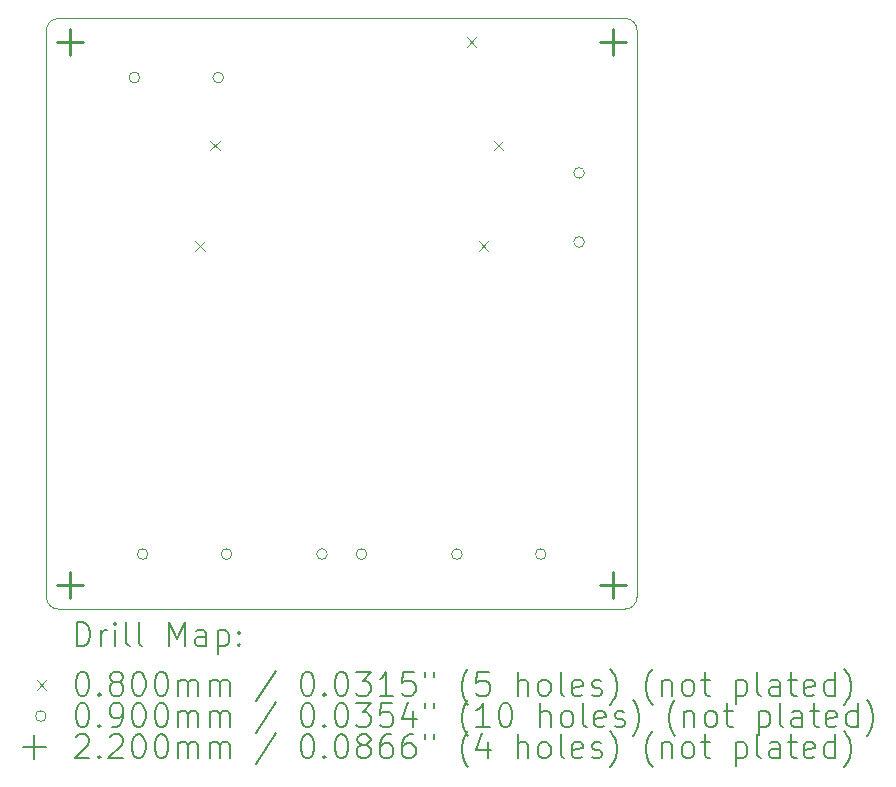
<source format=gbr>
%TF.GenerationSoftware,KiCad,Pcbnew,8.0.2-8.0.2-0~ubuntu22.04.1*%
%TF.CreationDate,2024-05-15T09:40:53+02:00*%
%TF.ProjectId,omodri_laas,6f6d6f64-7269-45f6-9c61-61732e6b6963,3.0*%
%TF.SameCoordinates,Original*%
%TF.FileFunction,Drillmap*%
%TF.FilePolarity,Positive*%
%FSLAX45Y45*%
G04 Gerber Fmt 4.5, Leading zero omitted, Abs format (unit mm)*
G04 Created by KiCad (PCBNEW 8.0.2-8.0.2-0~ubuntu22.04.1) date 2024-05-15 09:40:53*
%MOMM*%
%LPD*%
G01*
G04 APERTURE LIST*
%ADD10C,0.050000*%
%ADD11C,0.200000*%
%ADD12C,0.100000*%
%ADD13C,0.220000*%
G04 APERTURE END LIST*
D10*
X10100000Y-5000000D02*
X14900000Y-5000000D01*
X14900000Y-10000000D02*
X10100000Y-10000000D01*
X15000000Y-9900000D02*
G75*
G02*
X14900000Y-10000000I-100000J0D01*
G01*
X15000000Y-5100000D02*
X15000000Y-9900000D01*
X10000000Y-5100000D02*
G75*
G02*
X10100000Y-5000000I100000J0D01*
G01*
X10100000Y-10000000D02*
G75*
G02*
X10000000Y-9900000I0J100000D01*
G01*
X10000000Y-9900000D02*
X10000000Y-5100000D01*
X14900000Y-5000000D02*
G75*
G02*
X15000000Y-5100000I0J-100000D01*
G01*
D11*
D12*
X11260000Y-6886000D02*
X11340000Y-6966000D01*
X11340000Y-6886000D02*
X11260000Y-6966000D01*
X11387000Y-6034000D02*
X11467000Y-6114000D01*
X11467000Y-6034000D02*
X11387000Y-6114000D01*
X13560000Y-5160000D02*
X13640000Y-5240000D01*
X13640000Y-5160000D02*
X13560000Y-5240000D01*
X13660000Y-6886000D02*
X13740000Y-6966000D01*
X13740000Y-6886000D02*
X13660000Y-6966000D01*
X13787000Y-6034000D02*
X13867000Y-6114000D01*
X13867000Y-6034000D02*
X13787000Y-6114000D01*
X10790000Y-5500000D02*
G75*
G02*
X10700000Y-5500000I-45000J0D01*
G01*
X10700000Y-5500000D02*
G75*
G02*
X10790000Y-5500000I45000J0D01*
G01*
X10860000Y-9535000D02*
G75*
G02*
X10770000Y-9535000I-45000J0D01*
G01*
X10770000Y-9535000D02*
G75*
G02*
X10860000Y-9535000I45000J0D01*
G01*
X11500000Y-5500000D02*
G75*
G02*
X11410000Y-5500000I-45000J0D01*
G01*
X11410000Y-5500000D02*
G75*
G02*
X11500000Y-5500000I45000J0D01*
G01*
X11570000Y-9535000D02*
G75*
G02*
X11480000Y-9535000I-45000J0D01*
G01*
X11480000Y-9535000D02*
G75*
G02*
X11570000Y-9535000I45000J0D01*
G01*
X12377500Y-9535000D02*
G75*
G02*
X12287500Y-9535000I-45000J0D01*
G01*
X12287500Y-9535000D02*
G75*
G02*
X12377500Y-9535000I45000J0D01*
G01*
X12712500Y-9535000D02*
G75*
G02*
X12622500Y-9535000I-45000J0D01*
G01*
X12622500Y-9535000D02*
G75*
G02*
X12712500Y-9535000I45000J0D01*
G01*
X13520000Y-9535000D02*
G75*
G02*
X13430000Y-9535000I-45000J0D01*
G01*
X13430000Y-9535000D02*
G75*
G02*
X13520000Y-9535000I45000J0D01*
G01*
X14230000Y-9535000D02*
G75*
G02*
X14140000Y-9535000I-45000J0D01*
G01*
X14140000Y-9535000D02*
G75*
G02*
X14230000Y-9535000I45000J0D01*
G01*
X14555000Y-6307500D02*
G75*
G02*
X14465000Y-6307500I-45000J0D01*
G01*
X14465000Y-6307500D02*
G75*
G02*
X14555000Y-6307500I45000J0D01*
G01*
X14555000Y-6892500D02*
G75*
G02*
X14465000Y-6892500I-45000J0D01*
G01*
X14465000Y-6892500D02*
G75*
G02*
X14555000Y-6892500I45000J0D01*
G01*
D13*
X10200000Y-5090000D02*
X10200000Y-5310000D01*
X10090000Y-5200000D02*
X10310000Y-5200000D01*
X10200000Y-9690000D02*
X10200000Y-9910000D01*
X10090000Y-9800000D02*
X10310000Y-9800000D01*
X14800000Y-5090000D02*
X14800000Y-5310000D01*
X14690000Y-5200000D02*
X14910000Y-5200000D01*
X14800000Y-9690000D02*
X14800000Y-9910000D01*
X14690000Y-9800000D02*
X14910000Y-9800000D01*
D11*
X10258277Y-10313984D02*
X10258277Y-10113984D01*
X10258277Y-10113984D02*
X10305896Y-10113984D01*
X10305896Y-10113984D02*
X10334467Y-10123508D01*
X10334467Y-10123508D02*
X10353515Y-10142555D01*
X10353515Y-10142555D02*
X10363039Y-10161603D01*
X10363039Y-10161603D02*
X10372563Y-10199698D01*
X10372563Y-10199698D02*
X10372563Y-10228270D01*
X10372563Y-10228270D02*
X10363039Y-10266365D01*
X10363039Y-10266365D02*
X10353515Y-10285412D01*
X10353515Y-10285412D02*
X10334467Y-10304460D01*
X10334467Y-10304460D02*
X10305896Y-10313984D01*
X10305896Y-10313984D02*
X10258277Y-10313984D01*
X10458277Y-10313984D02*
X10458277Y-10180650D01*
X10458277Y-10218746D02*
X10467801Y-10199698D01*
X10467801Y-10199698D02*
X10477324Y-10190174D01*
X10477324Y-10190174D02*
X10496372Y-10180650D01*
X10496372Y-10180650D02*
X10515420Y-10180650D01*
X10582086Y-10313984D02*
X10582086Y-10180650D01*
X10582086Y-10113984D02*
X10572563Y-10123508D01*
X10572563Y-10123508D02*
X10582086Y-10133031D01*
X10582086Y-10133031D02*
X10591610Y-10123508D01*
X10591610Y-10123508D02*
X10582086Y-10113984D01*
X10582086Y-10113984D02*
X10582086Y-10133031D01*
X10705896Y-10313984D02*
X10686848Y-10304460D01*
X10686848Y-10304460D02*
X10677324Y-10285412D01*
X10677324Y-10285412D02*
X10677324Y-10113984D01*
X10810658Y-10313984D02*
X10791610Y-10304460D01*
X10791610Y-10304460D02*
X10782086Y-10285412D01*
X10782086Y-10285412D02*
X10782086Y-10113984D01*
X11039229Y-10313984D02*
X11039229Y-10113984D01*
X11039229Y-10113984D02*
X11105896Y-10256841D01*
X11105896Y-10256841D02*
X11172563Y-10113984D01*
X11172563Y-10113984D02*
X11172563Y-10313984D01*
X11353515Y-10313984D02*
X11353515Y-10209222D01*
X11353515Y-10209222D02*
X11343991Y-10190174D01*
X11343991Y-10190174D02*
X11324943Y-10180650D01*
X11324943Y-10180650D02*
X11286848Y-10180650D01*
X11286848Y-10180650D02*
X11267801Y-10190174D01*
X11353515Y-10304460D02*
X11334467Y-10313984D01*
X11334467Y-10313984D02*
X11286848Y-10313984D01*
X11286848Y-10313984D02*
X11267801Y-10304460D01*
X11267801Y-10304460D02*
X11258277Y-10285412D01*
X11258277Y-10285412D02*
X11258277Y-10266365D01*
X11258277Y-10266365D02*
X11267801Y-10247317D01*
X11267801Y-10247317D02*
X11286848Y-10237793D01*
X11286848Y-10237793D02*
X11334467Y-10237793D01*
X11334467Y-10237793D02*
X11353515Y-10228270D01*
X11448753Y-10180650D02*
X11448753Y-10380650D01*
X11448753Y-10190174D02*
X11467801Y-10180650D01*
X11467801Y-10180650D02*
X11505896Y-10180650D01*
X11505896Y-10180650D02*
X11524943Y-10190174D01*
X11524943Y-10190174D02*
X11534467Y-10199698D01*
X11534467Y-10199698D02*
X11543991Y-10218746D01*
X11543991Y-10218746D02*
X11543991Y-10275889D01*
X11543991Y-10275889D02*
X11534467Y-10294936D01*
X11534467Y-10294936D02*
X11524943Y-10304460D01*
X11524943Y-10304460D02*
X11505896Y-10313984D01*
X11505896Y-10313984D02*
X11467801Y-10313984D01*
X11467801Y-10313984D02*
X11448753Y-10304460D01*
X11629705Y-10294936D02*
X11639229Y-10304460D01*
X11639229Y-10304460D02*
X11629705Y-10313984D01*
X11629705Y-10313984D02*
X11620182Y-10304460D01*
X11620182Y-10304460D02*
X11629705Y-10294936D01*
X11629705Y-10294936D02*
X11629705Y-10313984D01*
X11629705Y-10190174D02*
X11639229Y-10199698D01*
X11639229Y-10199698D02*
X11629705Y-10209222D01*
X11629705Y-10209222D02*
X11620182Y-10199698D01*
X11620182Y-10199698D02*
X11629705Y-10190174D01*
X11629705Y-10190174D02*
X11629705Y-10209222D01*
D12*
X9917500Y-10602500D02*
X9997500Y-10682500D01*
X9997500Y-10602500D02*
X9917500Y-10682500D01*
D11*
X10296372Y-10533984D02*
X10315420Y-10533984D01*
X10315420Y-10533984D02*
X10334467Y-10543508D01*
X10334467Y-10543508D02*
X10343991Y-10553031D01*
X10343991Y-10553031D02*
X10353515Y-10572079D01*
X10353515Y-10572079D02*
X10363039Y-10610174D01*
X10363039Y-10610174D02*
X10363039Y-10657793D01*
X10363039Y-10657793D02*
X10353515Y-10695889D01*
X10353515Y-10695889D02*
X10343991Y-10714936D01*
X10343991Y-10714936D02*
X10334467Y-10724460D01*
X10334467Y-10724460D02*
X10315420Y-10733984D01*
X10315420Y-10733984D02*
X10296372Y-10733984D01*
X10296372Y-10733984D02*
X10277324Y-10724460D01*
X10277324Y-10724460D02*
X10267801Y-10714936D01*
X10267801Y-10714936D02*
X10258277Y-10695889D01*
X10258277Y-10695889D02*
X10248753Y-10657793D01*
X10248753Y-10657793D02*
X10248753Y-10610174D01*
X10248753Y-10610174D02*
X10258277Y-10572079D01*
X10258277Y-10572079D02*
X10267801Y-10553031D01*
X10267801Y-10553031D02*
X10277324Y-10543508D01*
X10277324Y-10543508D02*
X10296372Y-10533984D01*
X10448753Y-10714936D02*
X10458277Y-10724460D01*
X10458277Y-10724460D02*
X10448753Y-10733984D01*
X10448753Y-10733984D02*
X10439229Y-10724460D01*
X10439229Y-10724460D02*
X10448753Y-10714936D01*
X10448753Y-10714936D02*
X10448753Y-10733984D01*
X10572563Y-10619698D02*
X10553515Y-10610174D01*
X10553515Y-10610174D02*
X10543991Y-10600650D01*
X10543991Y-10600650D02*
X10534467Y-10581603D01*
X10534467Y-10581603D02*
X10534467Y-10572079D01*
X10534467Y-10572079D02*
X10543991Y-10553031D01*
X10543991Y-10553031D02*
X10553515Y-10543508D01*
X10553515Y-10543508D02*
X10572563Y-10533984D01*
X10572563Y-10533984D02*
X10610658Y-10533984D01*
X10610658Y-10533984D02*
X10629705Y-10543508D01*
X10629705Y-10543508D02*
X10639229Y-10553031D01*
X10639229Y-10553031D02*
X10648753Y-10572079D01*
X10648753Y-10572079D02*
X10648753Y-10581603D01*
X10648753Y-10581603D02*
X10639229Y-10600650D01*
X10639229Y-10600650D02*
X10629705Y-10610174D01*
X10629705Y-10610174D02*
X10610658Y-10619698D01*
X10610658Y-10619698D02*
X10572563Y-10619698D01*
X10572563Y-10619698D02*
X10553515Y-10629222D01*
X10553515Y-10629222D02*
X10543991Y-10638746D01*
X10543991Y-10638746D02*
X10534467Y-10657793D01*
X10534467Y-10657793D02*
X10534467Y-10695889D01*
X10534467Y-10695889D02*
X10543991Y-10714936D01*
X10543991Y-10714936D02*
X10553515Y-10724460D01*
X10553515Y-10724460D02*
X10572563Y-10733984D01*
X10572563Y-10733984D02*
X10610658Y-10733984D01*
X10610658Y-10733984D02*
X10629705Y-10724460D01*
X10629705Y-10724460D02*
X10639229Y-10714936D01*
X10639229Y-10714936D02*
X10648753Y-10695889D01*
X10648753Y-10695889D02*
X10648753Y-10657793D01*
X10648753Y-10657793D02*
X10639229Y-10638746D01*
X10639229Y-10638746D02*
X10629705Y-10629222D01*
X10629705Y-10629222D02*
X10610658Y-10619698D01*
X10772563Y-10533984D02*
X10791610Y-10533984D01*
X10791610Y-10533984D02*
X10810658Y-10543508D01*
X10810658Y-10543508D02*
X10820182Y-10553031D01*
X10820182Y-10553031D02*
X10829705Y-10572079D01*
X10829705Y-10572079D02*
X10839229Y-10610174D01*
X10839229Y-10610174D02*
X10839229Y-10657793D01*
X10839229Y-10657793D02*
X10829705Y-10695889D01*
X10829705Y-10695889D02*
X10820182Y-10714936D01*
X10820182Y-10714936D02*
X10810658Y-10724460D01*
X10810658Y-10724460D02*
X10791610Y-10733984D01*
X10791610Y-10733984D02*
X10772563Y-10733984D01*
X10772563Y-10733984D02*
X10753515Y-10724460D01*
X10753515Y-10724460D02*
X10743991Y-10714936D01*
X10743991Y-10714936D02*
X10734467Y-10695889D01*
X10734467Y-10695889D02*
X10724944Y-10657793D01*
X10724944Y-10657793D02*
X10724944Y-10610174D01*
X10724944Y-10610174D02*
X10734467Y-10572079D01*
X10734467Y-10572079D02*
X10743991Y-10553031D01*
X10743991Y-10553031D02*
X10753515Y-10543508D01*
X10753515Y-10543508D02*
X10772563Y-10533984D01*
X10963039Y-10533984D02*
X10982086Y-10533984D01*
X10982086Y-10533984D02*
X11001134Y-10543508D01*
X11001134Y-10543508D02*
X11010658Y-10553031D01*
X11010658Y-10553031D02*
X11020182Y-10572079D01*
X11020182Y-10572079D02*
X11029705Y-10610174D01*
X11029705Y-10610174D02*
X11029705Y-10657793D01*
X11029705Y-10657793D02*
X11020182Y-10695889D01*
X11020182Y-10695889D02*
X11010658Y-10714936D01*
X11010658Y-10714936D02*
X11001134Y-10724460D01*
X11001134Y-10724460D02*
X10982086Y-10733984D01*
X10982086Y-10733984D02*
X10963039Y-10733984D01*
X10963039Y-10733984D02*
X10943991Y-10724460D01*
X10943991Y-10724460D02*
X10934467Y-10714936D01*
X10934467Y-10714936D02*
X10924944Y-10695889D01*
X10924944Y-10695889D02*
X10915420Y-10657793D01*
X10915420Y-10657793D02*
X10915420Y-10610174D01*
X10915420Y-10610174D02*
X10924944Y-10572079D01*
X10924944Y-10572079D02*
X10934467Y-10553031D01*
X10934467Y-10553031D02*
X10943991Y-10543508D01*
X10943991Y-10543508D02*
X10963039Y-10533984D01*
X11115420Y-10733984D02*
X11115420Y-10600650D01*
X11115420Y-10619698D02*
X11124944Y-10610174D01*
X11124944Y-10610174D02*
X11143991Y-10600650D01*
X11143991Y-10600650D02*
X11172563Y-10600650D01*
X11172563Y-10600650D02*
X11191610Y-10610174D01*
X11191610Y-10610174D02*
X11201134Y-10629222D01*
X11201134Y-10629222D02*
X11201134Y-10733984D01*
X11201134Y-10629222D02*
X11210658Y-10610174D01*
X11210658Y-10610174D02*
X11229705Y-10600650D01*
X11229705Y-10600650D02*
X11258277Y-10600650D01*
X11258277Y-10600650D02*
X11277324Y-10610174D01*
X11277324Y-10610174D02*
X11286848Y-10629222D01*
X11286848Y-10629222D02*
X11286848Y-10733984D01*
X11382086Y-10733984D02*
X11382086Y-10600650D01*
X11382086Y-10619698D02*
X11391610Y-10610174D01*
X11391610Y-10610174D02*
X11410658Y-10600650D01*
X11410658Y-10600650D02*
X11439229Y-10600650D01*
X11439229Y-10600650D02*
X11458277Y-10610174D01*
X11458277Y-10610174D02*
X11467801Y-10629222D01*
X11467801Y-10629222D02*
X11467801Y-10733984D01*
X11467801Y-10629222D02*
X11477324Y-10610174D01*
X11477324Y-10610174D02*
X11496372Y-10600650D01*
X11496372Y-10600650D02*
X11524943Y-10600650D01*
X11524943Y-10600650D02*
X11543991Y-10610174D01*
X11543991Y-10610174D02*
X11553515Y-10629222D01*
X11553515Y-10629222D02*
X11553515Y-10733984D01*
X11943991Y-10524460D02*
X11772563Y-10781603D01*
X12201134Y-10533984D02*
X12220182Y-10533984D01*
X12220182Y-10533984D02*
X12239229Y-10543508D01*
X12239229Y-10543508D02*
X12248753Y-10553031D01*
X12248753Y-10553031D02*
X12258277Y-10572079D01*
X12258277Y-10572079D02*
X12267801Y-10610174D01*
X12267801Y-10610174D02*
X12267801Y-10657793D01*
X12267801Y-10657793D02*
X12258277Y-10695889D01*
X12258277Y-10695889D02*
X12248753Y-10714936D01*
X12248753Y-10714936D02*
X12239229Y-10724460D01*
X12239229Y-10724460D02*
X12220182Y-10733984D01*
X12220182Y-10733984D02*
X12201134Y-10733984D01*
X12201134Y-10733984D02*
X12182086Y-10724460D01*
X12182086Y-10724460D02*
X12172563Y-10714936D01*
X12172563Y-10714936D02*
X12163039Y-10695889D01*
X12163039Y-10695889D02*
X12153515Y-10657793D01*
X12153515Y-10657793D02*
X12153515Y-10610174D01*
X12153515Y-10610174D02*
X12163039Y-10572079D01*
X12163039Y-10572079D02*
X12172563Y-10553031D01*
X12172563Y-10553031D02*
X12182086Y-10543508D01*
X12182086Y-10543508D02*
X12201134Y-10533984D01*
X12353515Y-10714936D02*
X12363039Y-10724460D01*
X12363039Y-10724460D02*
X12353515Y-10733984D01*
X12353515Y-10733984D02*
X12343991Y-10724460D01*
X12343991Y-10724460D02*
X12353515Y-10714936D01*
X12353515Y-10714936D02*
X12353515Y-10733984D01*
X12486848Y-10533984D02*
X12505896Y-10533984D01*
X12505896Y-10533984D02*
X12524944Y-10543508D01*
X12524944Y-10543508D02*
X12534467Y-10553031D01*
X12534467Y-10553031D02*
X12543991Y-10572079D01*
X12543991Y-10572079D02*
X12553515Y-10610174D01*
X12553515Y-10610174D02*
X12553515Y-10657793D01*
X12553515Y-10657793D02*
X12543991Y-10695889D01*
X12543991Y-10695889D02*
X12534467Y-10714936D01*
X12534467Y-10714936D02*
X12524944Y-10724460D01*
X12524944Y-10724460D02*
X12505896Y-10733984D01*
X12505896Y-10733984D02*
X12486848Y-10733984D01*
X12486848Y-10733984D02*
X12467801Y-10724460D01*
X12467801Y-10724460D02*
X12458277Y-10714936D01*
X12458277Y-10714936D02*
X12448753Y-10695889D01*
X12448753Y-10695889D02*
X12439229Y-10657793D01*
X12439229Y-10657793D02*
X12439229Y-10610174D01*
X12439229Y-10610174D02*
X12448753Y-10572079D01*
X12448753Y-10572079D02*
X12458277Y-10553031D01*
X12458277Y-10553031D02*
X12467801Y-10543508D01*
X12467801Y-10543508D02*
X12486848Y-10533984D01*
X12620182Y-10533984D02*
X12743991Y-10533984D01*
X12743991Y-10533984D02*
X12677325Y-10610174D01*
X12677325Y-10610174D02*
X12705896Y-10610174D01*
X12705896Y-10610174D02*
X12724944Y-10619698D01*
X12724944Y-10619698D02*
X12734467Y-10629222D01*
X12734467Y-10629222D02*
X12743991Y-10648270D01*
X12743991Y-10648270D02*
X12743991Y-10695889D01*
X12743991Y-10695889D02*
X12734467Y-10714936D01*
X12734467Y-10714936D02*
X12724944Y-10724460D01*
X12724944Y-10724460D02*
X12705896Y-10733984D01*
X12705896Y-10733984D02*
X12648753Y-10733984D01*
X12648753Y-10733984D02*
X12629706Y-10724460D01*
X12629706Y-10724460D02*
X12620182Y-10714936D01*
X12934467Y-10733984D02*
X12820182Y-10733984D01*
X12877325Y-10733984D02*
X12877325Y-10533984D01*
X12877325Y-10533984D02*
X12858277Y-10562555D01*
X12858277Y-10562555D02*
X12839229Y-10581603D01*
X12839229Y-10581603D02*
X12820182Y-10591127D01*
X13115420Y-10533984D02*
X13020182Y-10533984D01*
X13020182Y-10533984D02*
X13010658Y-10629222D01*
X13010658Y-10629222D02*
X13020182Y-10619698D01*
X13020182Y-10619698D02*
X13039229Y-10610174D01*
X13039229Y-10610174D02*
X13086848Y-10610174D01*
X13086848Y-10610174D02*
X13105896Y-10619698D01*
X13105896Y-10619698D02*
X13115420Y-10629222D01*
X13115420Y-10629222D02*
X13124944Y-10648270D01*
X13124944Y-10648270D02*
X13124944Y-10695889D01*
X13124944Y-10695889D02*
X13115420Y-10714936D01*
X13115420Y-10714936D02*
X13105896Y-10724460D01*
X13105896Y-10724460D02*
X13086848Y-10733984D01*
X13086848Y-10733984D02*
X13039229Y-10733984D01*
X13039229Y-10733984D02*
X13020182Y-10724460D01*
X13020182Y-10724460D02*
X13010658Y-10714936D01*
X13201134Y-10533984D02*
X13201134Y-10572079D01*
X13277325Y-10533984D02*
X13277325Y-10572079D01*
X13572563Y-10810174D02*
X13563039Y-10800650D01*
X13563039Y-10800650D02*
X13543991Y-10772079D01*
X13543991Y-10772079D02*
X13534468Y-10753031D01*
X13534468Y-10753031D02*
X13524944Y-10724460D01*
X13524944Y-10724460D02*
X13515420Y-10676841D01*
X13515420Y-10676841D02*
X13515420Y-10638746D01*
X13515420Y-10638746D02*
X13524944Y-10591127D01*
X13524944Y-10591127D02*
X13534468Y-10562555D01*
X13534468Y-10562555D02*
X13543991Y-10543508D01*
X13543991Y-10543508D02*
X13563039Y-10514936D01*
X13563039Y-10514936D02*
X13572563Y-10505412D01*
X13743991Y-10533984D02*
X13648753Y-10533984D01*
X13648753Y-10533984D02*
X13639229Y-10629222D01*
X13639229Y-10629222D02*
X13648753Y-10619698D01*
X13648753Y-10619698D02*
X13667801Y-10610174D01*
X13667801Y-10610174D02*
X13715420Y-10610174D01*
X13715420Y-10610174D02*
X13734468Y-10619698D01*
X13734468Y-10619698D02*
X13743991Y-10629222D01*
X13743991Y-10629222D02*
X13753515Y-10648270D01*
X13753515Y-10648270D02*
X13753515Y-10695889D01*
X13753515Y-10695889D02*
X13743991Y-10714936D01*
X13743991Y-10714936D02*
X13734468Y-10724460D01*
X13734468Y-10724460D02*
X13715420Y-10733984D01*
X13715420Y-10733984D02*
X13667801Y-10733984D01*
X13667801Y-10733984D02*
X13648753Y-10724460D01*
X13648753Y-10724460D02*
X13639229Y-10714936D01*
X13991610Y-10733984D02*
X13991610Y-10533984D01*
X14077325Y-10733984D02*
X14077325Y-10629222D01*
X14077325Y-10629222D02*
X14067801Y-10610174D01*
X14067801Y-10610174D02*
X14048753Y-10600650D01*
X14048753Y-10600650D02*
X14020182Y-10600650D01*
X14020182Y-10600650D02*
X14001134Y-10610174D01*
X14001134Y-10610174D02*
X13991610Y-10619698D01*
X14201134Y-10733984D02*
X14182087Y-10724460D01*
X14182087Y-10724460D02*
X14172563Y-10714936D01*
X14172563Y-10714936D02*
X14163039Y-10695889D01*
X14163039Y-10695889D02*
X14163039Y-10638746D01*
X14163039Y-10638746D02*
X14172563Y-10619698D01*
X14172563Y-10619698D02*
X14182087Y-10610174D01*
X14182087Y-10610174D02*
X14201134Y-10600650D01*
X14201134Y-10600650D02*
X14229706Y-10600650D01*
X14229706Y-10600650D02*
X14248753Y-10610174D01*
X14248753Y-10610174D02*
X14258277Y-10619698D01*
X14258277Y-10619698D02*
X14267801Y-10638746D01*
X14267801Y-10638746D02*
X14267801Y-10695889D01*
X14267801Y-10695889D02*
X14258277Y-10714936D01*
X14258277Y-10714936D02*
X14248753Y-10724460D01*
X14248753Y-10724460D02*
X14229706Y-10733984D01*
X14229706Y-10733984D02*
X14201134Y-10733984D01*
X14382087Y-10733984D02*
X14363039Y-10724460D01*
X14363039Y-10724460D02*
X14353515Y-10705412D01*
X14353515Y-10705412D02*
X14353515Y-10533984D01*
X14534468Y-10724460D02*
X14515420Y-10733984D01*
X14515420Y-10733984D02*
X14477325Y-10733984D01*
X14477325Y-10733984D02*
X14458277Y-10724460D01*
X14458277Y-10724460D02*
X14448753Y-10705412D01*
X14448753Y-10705412D02*
X14448753Y-10629222D01*
X14448753Y-10629222D02*
X14458277Y-10610174D01*
X14458277Y-10610174D02*
X14477325Y-10600650D01*
X14477325Y-10600650D02*
X14515420Y-10600650D01*
X14515420Y-10600650D02*
X14534468Y-10610174D01*
X14534468Y-10610174D02*
X14543991Y-10629222D01*
X14543991Y-10629222D02*
X14543991Y-10648270D01*
X14543991Y-10648270D02*
X14448753Y-10667317D01*
X14620182Y-10724460D02*
X14639230Y-10733984D01*
X14639230Y-10733984D02*
X14677325Y-10733984D01*
X14677325Y-10733984D02*
X14696372Y-10724460D01*
X14696372Y-10724460D02*
X14705896Y-10705412D01*
X14705896Y-10705412D02*
X14705896Y-10695889D01*
X14705896Y-10695889D02*
X14696372Y-10676841D01*
X14696372Y-10676841D02*
X14677325Y-10667317D01*
X14677325Y-10667317D02*
X14648753Y-10667317D01*
X14648753Y-10667317D02*
X14629706Y-10657793D01*
X14629706Y-10657793D02*
X14620182Y-10638746D01*
X14620182Y-10638746D02*
X14620182Y-10629222D01*
X14620182Y-10629222D02*
X14629706Y-10610174D01*
X14629706Y-10610174D02*
X14648753Y-10600650D01*
X14648753Y-10600650D02*
X14677325Y-10600650D01*
X14677325Y-10600650D02*
X14696372Y-10610174D01*
X14772563Y-10810174D02*
X14782087Y-10800650D01*
X14782087Y-10800650D02*
X14801134Y-10772079D01*
X14801134Y-10772079D02*
X14810658Y-10753031D01*
X14810658Y-10753031D02*
X14820182Y-10724460D01*
X14820182Y-10724460D02*
X14829706Y-10676841D01*
X14829706Y-10676841D02*
X14829706Y-10638746D01*
X14829706Y-10638746D02*
X14820182Y-10591127D01*
X14820182Y-10591127D02*
X14810658Y-10562555D01*
X14810658Y-10562555D02*
X14801134Y-10543508D01*
X14801134Y-10543508D02*
X14782087Y-10514936D01*
X14782087Y-10514936D02*
X14772563Y-10505412D01*
X15134468Y-10810174D02*
X15124944Y-10800650D01*
X15124944Y-10800650D02*
X15105896Y-10772079D01*
X15105896Y-10772079D02*
X15096372Y-10753031D01*
X15096372Y-10753031D02*
X15086849Y-10724460D01*
X15086849Y-10724460D02*
X15077325Y-10676841D01*
X15077325Y-10676841D02*
X15077325Y-10638746D01*
X15077325Y-10638746D02*
X15086849Y-10591127D01*
X15086849Y-10591127D02*
X15096372Y-10562555D01*
X15096372Y-10562555D02*
X15105896Y-10543508D01*
X15105896Y-10543508D02*
X15124944Y-10514936D01*
X15124944Y-10514936D02*
X15134468Y-10505412D01*
X15210658Y-10600650D02*
X15210658Y-10733984D01*
X15210658Y-10619698D02*
X15220182Y-10610174D01*
X15220182Y-10610174D02*
X15239230Y-10600650D01*
X15239230Y-10600650D02*
X15267801Y-10600650D01*
X15267801Y-10600650D02*
X15286849Y-10610174D01*
X15286849Y-10610174D02*
X15296372Y-10629222D01*
X15296372Y-10629222D02*
X15296372Y-10733984D01*
X15420182Y-10733984D02*
X15401134Y-10724460D01*
X15401134Y-10724460D02*
X15391611Y-10714936D01*
X15391611Y-10714936D02*
X15382087Y-10695889D01*
X15382087Y-10695889D02*
X15382087Y-10638746D01*
X15382087Y-10638746D02*
X15391611Y-10619698D01*
X15391611Y-10619698D02*
X15401134Y-10610174D01*
X15401134Y-10610174D02*
X15420182Y-10600650D01*
X15420182Y-10600650D02*
X15448753Y-10600650D01*
X15448753Y-10600650D02*
X15467801Y-10610174D01*
X15467801Y-10610174D02*
X15477325Y-10619698D01*
X15477325Y-10619698D02*
X15486849Y-10638746D01*
X15486849Y-10638746D02*
X15486849Y-10695889D01*
X15486849Y-10695889D02*
X15477325Y-10714936D01*
X15477325Y-10714936D02*
X15467801Y-10724460D01*
X15467801Y-10724460D02*
X15448753Y-10733984D01*
X15448753Y-10733984D02*
X15420182Y-10733984D01*
X15543992Y-10600650D02*
X15620182Y-10600650D01*
X15572563Y-10533984D02*
X15572563Y-10705412D01*
X15572563Y-10705412D02*
X15582087Y-10724460D01*
X15582087Y-10724460D02*
X15601134Y-10733984D01*
X15601134Y-10733984D02*
X15620182Y-10733984D01*
X15839230Y-10600650D02*
X15839230Y-10800650D01*
X15839230Y-10610174D02*
X15858277Y-10600650D01*
X15858277Y-10600650D02*
X15896373Y-10600650D01*
X15896373Y-10600650D02*
X15915420Y-10610174D01*
X15915420Y-10610174D02*
X15924944Y-10619698D01*
X15924944Y-10619698D02*
X15934468Y-10638746D01*
X15934468Y-10638746D02*
X15934468Y-10695889D01*
X15934468Y-10695889D02*
X15924944Y-10714936D01*
X15924944Y-10714936D02*
X15915420Y-10724460D01*
X15915420Y-10724460D02*
X15896373Y-10733984D01*
X15896373Y-10733984D02*
X15858277Y-10733984D01*
X15858277Y-10733984D02*
X15839230Y-10724460D01*
X16048753Y-10733984D02*
X16029706Y-10724460D01*
X16029706Y-10724460D02*
X16020182Y-10705412D01*
X16020182Y-10705412D02*
X16020182Y-10533984D01*
X16210658Y-10733984D02*
X16210658Y-10629222D01*
X16210658Y-10629222D02*
X16201134Y-10610174D01*
X16201134Y-10610174D02*
X16182087Y-10600650D01*
X16182087Y-10600650D02*
X16143992Y-10600650D01*
X16143992Y-10600650D02*
X16124944Y-10610174D01*
X16210658Y-10724460D02*
X16191611Y-10733984D01*
X16191611Y-10733984D02*
X16143992Y-10733984D01*
X16143992Y-10733984D02*
X16124944Y-10724460D01*
X16124944Y-10724460D02*
X16115420Y-10705412D01*
X16115420Y-10705412D02*
X16115420Y-10686365D01*
X16115420Y-10686365D02*
X16124944Y-10667317D01*
X16124944Y-10667317D02*
X16143992Y-10657793D01*
X16143992Y-10657793D02*
X16191611Y-10657793D01*
X16191611Y-10657793D02*
X16210658Y-10648270D01*
X16277325Y-10600650D02*
X16353515Y-10600650D01*
X16305896Y-10533984D02*
X16305896Y-10705412D01*
X16305896Y-10705412D02*
X16315420Y-10724460D01*
X16315420Y-10724460D02*
X16334468Y-10733984D01*
X16334468Y-10733984D02*
X16353515Y-10733984D01*
X16496373Y-10724460D02*
X16477325Y-10733984D01*
X16477325Y-10733984D02*
X16439230Y-10733984D01*
X16439230Y-10733984D02*
X16420182Y-10724460D01*
X16420182Y-10724460D02*
X16410658Y-10705412D01*
X16410658Y-10705412D02*
X16410658Y-10629222D01*
X16410658Y-10629222D02*
X16420182Y-10610174D01*
X16420182Y-10610174D02*
X16439230Y-10600650D01*
X16439230Y-10600650D02*
X16477325Y-10600650D01*
X16477325Y-10600650D02*
X16496373Y-10610174D01*
X16496373Y-10610174D02*
X16505896Y-10629222D01*
X16505896Y-10629222D02*
X16505896Y-10648270D01*
X16505896Y-10648270D02*
X16410658Y-10667317D01*
X16677325Y-10733984D02*
X16677325Y-10533984D01*
X16677325Y-10724460D02*
X16658277Y-10733984D01*
X16658277Y-10733984D02*
X16620182Y-10733984D01*
X16620182Y-10733984D02*
X16601134Y-10724460D01*
X16601134Y-10724460D02*
X16591611Y-10714936D01*
X16591611Y-10714936D02*
X16582087Y-10695889D01*
X16582087Y-10695889D02*
X16582087Y-10638746D01*
X16582087Y-10638746D02*
X16591611Y-10619698D01*
X16591611Y-10619698D02*
X16601134Y-10610174D01*
X16601134Y-10610174D02*
X16620182Y-10600650D01*
X16620182Y-10600650D02*
X16658277Y-10600650D01*
X16658277Y-10600650D02*
X16677325Y-10610174D01*
X16753515Y-10810174D02*
X16763039Y-10800650D01*
X16763039Y-10800650D02*
X16782087Y-10772079D01*
X16782087Y-10772079D02*
X16791611Y-10753031D01*
X16791611Y-10753031D02*
X16801135Y-10724460D01*
X16801135Y-10724460D02*
X16810658Y-10676841D01*
X16810658Y-10676841D02*
X16810658Y-10638746D01*
X16810658Y-10638746D02*
X16801135Y-10591127D01*
X16801135Y-10591127D02*
X16791611Y-10562555D01*
X16791611Y-10562555D02*
X16782087Y-10543508D01*
X16782087Y-10543508D02*
X16763039Y-10514936D01*
X16763039Y-10514936D02*
X16753515Y-10505412D01*
D12*
X9997500Y-10906500D02*
G75*
G02*
X9907500Y-10906500I-45000J0D01*
G01*
X9907500Y-10906500D02*
G75*
G02*
X9997500Y-10906500I45000J0D01*
G01*
D11*
X10296372Y-10797984D02*
X10315420Y-10797984D01*
X10315420Y-10797984D02*
X10334467Y-10807508D01*
X10334467Y-10807508D02*
X10343991Y-10817031D01*
X10343991Y-10817031D02*
X10353515Y-10836079D01*
X10353515Y-10836079D02*
X10363039Y-10874174D01*
X10363039Y-10874174D02*
X10363039Y-10921793D01*
X10363039Y-10921793D02*
X10353515Y-10959889D01*
X10353515Y-10959889D02*
X10343991Y-10978936D01*
X10343991Y-10978936D02*
X10334467Y-10988460D01*
X10334467Y-10988460D02*
X10315420Y-10997984D01*
X10315420Y-10997984D02*
X10296372Y-10997984D01*
X10296372Y-10997984D02*
X10277324Y-10988460D01*
X10277324Y-10988460D02*
X10267801Y-10978936D01*
X10267801Y-10978936D02*
X10258277Y-10959889D01*
X10258277Y-10959889D02*
X10248753Y-10921793D01*
X10248753Y-10921793D02*
X10248753Y-10874174D01*
X10248753Y-10874174D02*
X10258277Y-10836079D01*
X10258277Y-10836079D02*
X10267801Y-10817031D01*
X10267801Y-10817031D02*
X10277324Y-10807508D01*
X10277324Y-10807508D02*
X10296372Y-10797984D01*
X10448753Y-10978936D02*
X10458277Y-10988460D01*
X10458277Y-10988460D02*
X10448753Y-10997984D01*
X10448753Y-10997984D02*
X10439229Y-10988460D01*
X10439229Y-10988460D02*
X10448753Y-10978936D01*
X10448753Y-10978936D02*
X10448753Y-10997984D01*
X10553515Y-10997984D02*
X10591610Y-10997984D01*
X10591610Y-10997984D02*
X10610658Y-10988460D01*
X10610658Y-10988460D02*
X10620182Y-10978936D01*
X10620182Y-10978936D02*
X10639229Y-10950365D01*
X10639229Y-10950365D02*
X10648753Y-10912270D01*
X10648753Y-10912270D02*
X10648753Y-10836079D01*
X10648753Y-10836079D02*
X10639229Y-10817031D01*
X10639229Y-10817031D02*
X10629705Y-10807508D01*
X10629705Y-10807508D02*
X10610658Y-10797984D01*
X10610658Y-10797984D02*
X10572563Y-10797984D01*
X10572563Y-10797984D02*
X10553515Y-10807508D01*
X10553515Y-10807508D02*
X10543991Y-10817031D01*
X10543991Y-10817031D02*
X10534467Y-10836079D01*
X10534467Y-10836079D02*
X10534467Y-10883698D01*
X10534467Y-10883698D02*
X10543991Y-10902746D01*
X10543991Y-10902746D02*
X10553515Y-10912270D01*
X10553515Y-10912270D02*
X10572563Y-10921793D01*
X10572563Y-10921793D02*
X10610658Y-10921793D01*
X10610658Y-10921793D02*
X10629705Y-10912270D01*
X10629705Y-10912270D02*
X10639229Y-10902746D01*
X10639229Y-10902746D02*
X10648753Y-10883698D01*
X10772563Y-10797984D02*
X10791610Y-10797984D01*
X10791610Y-10797984D02*
X10810658Y-10807508D01*
X10810658Y-10807508D02*
X10820182Y-10817031D01*
X10820182Y-10817031D02*
X10829705Y-10836079D01*
X10829705Y-10836079D02*
X10839229Y-10874174D01*
X10839229Y-10874174D02*
X10839229Y-10921793D01*
X10839229Y-10921793D02*
X10829705Y-10959889D01*
X10829705Y-10959889D02*
X10820182Y-10978936D01*
X10820182Y-10978936D02*
X10810658Y-10988460D01*
X10810658Y-10988460D02*
X10791610Y-10997984D01*
X10791610Y-10997984D02*
X10772563Y-10997984D01*
X10772563Y-10997984D02*
X10753515Y-10988460D01*
X10753515Y-10988460D02*
X10743991Y-10978936D01*
X10743991Y-10978936D02*
X10734467Y-10959889D01*
X10734467Y-10959889D02*
X10724944Y-10921793D01*
X10724944Y-10921793D02*
X10724944Y-10874174D01*
X10724944Y-10874174D02*
X10734467Y-10836079D01*
X10734467Y-10836079D02*
X10743991Y-10817031D01*
X10743991Y-10817031D02*
X10753515Y-10807508D01*
X10753515Y-10807508D02*
X10772563Y-10797984D01*
X10963039Y-10797984D02*
X10982086Y-10797984D01*
X10982086Y-10797984D02*
X11001134Y-10807508D01*
X11001134Y-10807508D02*
X11010658Y-10817031D01*
X11010658Y-10817031D02*
X11020182Y-10836079D01*
X11020182Y-10836079D02*
X11029705Y-10874174D01*
X11029705Y-10874174D02*
X11029705Y-10921793D01*
X11029705Y-10921793D02*
X11020182Y-10959889D01*
X11020182Y-10959889D02*
X11010658Y-10978936D01*
X11010658Y-10978936D02*
X11001134Y-10988460D01*
X11001134Y-10988460D02*
X10982086Y-10997984D01*
X10982086Y-10997984D02*
X10963039Y-10997984D01*
X10963039Y-10997984D02*
X10943991Y-10988460D01*
X10943991Y-10988460D02*
X10934467Y-10978936D01*
X10934467Y-10978936D02*
X10924944Y-10959889D01*
X10924944Y-10959889D02*
X10915420Y-10921793D01*
X10915420Y-10921793D02*
X10915420Y-10874174D01*
X10915420Y-10874174D02*
X10924944Y-10836079D01*
X10924944Y-10836079D02*
X10934467Y-10817031D01*
X10934467Y-10817031D02*
X10943991Y-10807508D01*
X10943991Y-10807508D02*
X10963039Y-10797984D01*
X11115420Y-10997984D02*
X11115420Y-10864650D01*
X11115420Y-10883698D02*
X11124944Y-10874174D01*
X11124944Y-10874174D02*
X11143991Y-10864650D01*
X11143991Y-10864650D02*
X11172563Y-10864650D01*
X11172563Y-10864650D02*
X11191610Y-10874174D01*
X11191610Y-10874174D02*
X11201134Y-10893222D01*
X11201134Y-10893222D02*
X11201134Y-10997984D01*
X11201134Y-10893222D02*
X11210658Y-10874174D01*
X11210658Y-10874174D02*
X11229705Y-10864650D01*
X11229705Y-10864650D02*
X11258277Y-10864650D01*
X11258277Y-10864650D02*
X11277324Y-10874174D01*
X11277324Y-10874174D02*
X11286848Y-10893222D01*
X11286848Y-10893222D02*
X11286848Y-10997984D01*
X11382086Y-10997984D02*
X11382086Y-10864650D01*
X11382086Y-10883698D02*
X11391610Y-10874174D01*
X11391610Y-10874174D02*
X11410658Y-10864650D01*
X11410658Y-10864650D02*
X11439229Y-10864650D01*
X11439229Y-10864650D02*
X11458277Y-10874174D01*
X11458277Y-10874174D02*
X11467801Y-10893222D01*
X11467801Y-10893222D02*
X11467801Y-10997984D01*
X11467801Y-10893222D02*
X11477324Y-10874174D01*
X11477324Y-10874174D02*
X11496372Y-10864650D01*
X11496372Y-10864650D02*
X11524943Y-10864650D01*
X11524943Y-10864650D02*
X11543991Y-10874174D01*
X11543991Y-10874174D02*
X11553515Y-10893222D01*
X11553515Y-10893222D02*
X11553515Y-10997984D01*
X11943991Y-10788460D02*
X11772563Y-11045603D01*
X12201134Y-10797984D02*
X12220182Y-10797984D01*
X12220182Y-10797984D02*
X12239229Y-10807508D01*
X12239229Y-10807508D02*
X12248753Y-10817031D01*
X12248753Y-10817031D02*
X12258277Y-10836079D01*
X12258277Y-10836079D02*
X12267801Y-10874174D01*
X12267801Y-10874174D02*
X12267801Y-10921793D01*
X12267801Y-10921793D02*
X12258277Y-10959889D01*
X12258277Y-10959889D02*
X12248753Y-10978936D01*
X12248753Y-10978936D02*
X12239229Y-10988460D01*
X12239229Y-10988460D02*
X12220182Y-10997984D01*
X12220182Y-10997984D02*
X12201134Y-10997984D01*
X12201134Y-10997984D02*
X12182086Y-10988460D01*
X12182086Y-10988460D02*
X12172563Y-10978936D01*
X12172563Y-10978936D02*
X12163039Y-10959889D01*
X12163039Y-10959889D02*
X12153515Y-10921793D01*
X12153515Y-10921793D02*
X12153515Y-10874174D01*
X12153515Y-10874174D02*
X12163039Y-10836079D01*
X12163039Y-10836079D02*
X12172563Y-10817031D01*
X12172563Y-10817031D02*
X12182086Y-10807508D01*
X12182086Y-10807508D02*
X12201134Y-10797984D01*
X12353515Y-10978936D02*
X12363039Y-10988460D01*
X12363039Y-10988460D02*
X12353515Y-10997984D01*
X12353515Y-10997984D02*
X12343991Y-10988460D01*
X12343991Y-10988460D02*
X12353515Y-10978936D01*
X12353515Y-10978936D02*
X12353515Y-10997984D01*
X12486848Y-10797984D02*
X12505896Y-10797984D01*
X12505896Y-10797984D02*
X12524944Y-10807508D01*
X12524944Y-10807508D02*
X12534467Y-10817031D01*
X12534467Y-10817031D02*
X12543991Y-10836079D01*
X12543991Y-10836079D02*
X12553515Y-10874174D01*
X12553515Y-10874174D02*
X12553515Y-10921793D01*
X12553515Y-10921793D02*
X12543991Y-10959889D01*
X12543991Y-10959889D02*
X12534467Y-10978936D01*
X12534467Y-10978936D02*
X12524944Y-10988460D01*
X12524944Y-10988460D02*
X12505896Y-10997984D01*
X12505896Y-10997984D02*
X12486848Y-10997984D01*
X12486848Y-10997984D02*
X12467801Y-10988460D01*
X12467801Y-10988460D02*
X12458277Y-10978936D01*
X12458277Y-10978936D02*
X12448753Y-10959889D01*
X12448753Y-10959889D02*
X12439229Y-10921793D01*
X12439229Y-10921793D02*
X12439229Y-10874174D01*
X12439229Y-10874174D02*
X12448753Y-10836079D01*
X12448753Y-10836079D02*
X12458277Y-10817031D01*
X12458277Y-10817031D02*
X12467801Y-10807508D01*
X12467801Y-10807508D02*
X12486848Y-10797984D01*
X12620182Y-10797984D02*
X12743991Y-10797984D01*
X12743991Y-10797984D02*
X12677325Y-10874174D01*
X12677325Y-10874174D02*
X12705896Y-10874174D01*
X12705896Y-10874174D02*
X12724944Y-10883698D01*
X12724944Y-10883698D02*
X12734467Y-10893222D01*
X12734467Y-10893222D02*
X12743991Y-10912270D01*
X12743991Y-10912270D02*
X12743991Y-10959889D01*
X12743991Y-10959889D02*
X12734467Y-10978936D01*
X12734467Y-10978936D02*
X12724944Y-10988460D01*
X12724944Y-10988460D02*
X12705896Y-10997984D01*
X12705896Y-10997984D02*
X12648753Y-10997984D01*
X12648753Y-10997984D02*
X12629706Y-10988460D01*
X12629706Y-10988460D02*
X12620182Y-10978936D01*
X12924944Y-10797984D02*
X12829706Y-10797984D01*
X12829706Y-10797984D02*
X12820182Y-10893222D01*
X12820182Y-10893222D02*
X12829706Y-10883698D01*
X12829706Y-10883698D02*
X12848753Y-10874174D01*
X12848753Y-10874174D02*
X12896372Y-10874174D01*
X12896372Y-10874174D02*
X12915420Y-10883698D01*
X12915420Y-10883698D02*
X12924944Y-10893222D01*
X12924944Y-10893222D02*
X12934467Y-10912270D01*
X12934467Y-10912270D02*
X12934467Y-10959889D01*
X12934467Y-10959889D02*
X12924944Y-10978936D01*
X12924944Y-10978936D02*
X12915420Y-10988460D01*
X12915420Y-10988460D02*
X12896372Y-10997984D01*
X12896372Y-10997984D02*
X12848753Y-10997984D01*
X12848753Y-10997984D02*
X12829706Y-10988460D01*
X12829706Y-10988460D02*
X12820182Y-10978936D01*
X13105896Y-10864650D02*
X13105896Y-10997984D01*
X13058277Y-10788460D02*
X13010658Y-10931317D01*
X13010658Y-10931317D02*
X13134467Y-10931317D01*
X13201134Y-10797984D02*
X13201134Y-10836079D01*
X13277325Y-10797984D02*
X13277325Y-10836079D01*
X13572563Y-11074174D02*
X13563039Y-11064650D01*
X13563039Y-11064650D02*
X13543991Y-11036079D01*
X13543991Y-11036079D02*
X13534468Y-11017031D01*
X13534468Y-11017031D02*
X13524944Y-10988460D01*
X13524944Y-10988460D02*
X13515420Y-10940841D01*
X13515420Y-10940841D02*
X13515420Y-10902746D01*
X13515420Y-10902746D02*
X13524944Y-10855127D01*
X13524944Y-10855127D02*
X13534468Y-10826555D01*
X13534468Y-10826555D02*
X13543991Y-10807508D01*
X13543991Y-10807508D02*
X13563039Y-10778936D01*
X13563039Y-10778936D02*
X13572563Y-10769412D01*
X13753515Y-10997984D02*
X13639229Y-10997984D01*
X13696372Y-10997984D02*
X13696372Y-10797984D01*
X13696372Y-10797984D02*
X13677325Y-10826555D01*
X13677325Y-10826555D02*
X13658277Y-10845603D01*
X13658277Y-10845603D02*
X13639229Y-10855127D01*
X13877325Y-10797984D02*
X13896372Y-10797984D01*
X13896372Y-10797984D02*
X13915420Y-10807508D01*
X13915420Y-10807508D02*
X13924944Y-10817031D01*
X13924944Y-10817031D02*
X13934468Y-10836079D01*
X13934468Y-10836079D02*
X13943991Y-10874174D01*
X13943991Y-10874174D02*
X13943991Y-10921793D01*
X13943991Y-10921793D02*
X13934468Y-10959889D01*
X13934468Y-10959889D02*
X13924944Y-10978936D01*
X13924944Y-10978936D02*
X13915420Y-10988460D01*
X13915420Y-10988460D02*
X13896372Y-10997984D01*
X13896372Y-10997984D02*
X13877325Y-10997984D01*
X13877325Y-10997984D02*
X13858277Y-10988460D01*
X13858277Y-10988460D02*
X13848753Y-10978936D01*
X13848753Y-10978936D02*
X13839229Y-10959889D01*
X13839229Y-10959889D02*
X13829706Y-10921793D01*
X13829706Y-10921793D02*
X13829706Y-10874174D01*
X13829706Y-10874174D02*
X13839229Y-10836079D01*
X13839229Y-10836079D02*
X13848753Y-10817031D01*
X13848753Y-10817031D02*
X13858277Y-10807508D01*
X13858277Y-10807508D02*
X13877325Y-10797984D01*
X14182087Y-10997984D02*
X14182087Y-10797984D01*
X14267801Y-10997984D02*
X14267801Y-10893222D01*
X14267801Y-10893222D02*
X14258277Y-10874174D01*
X14258277Y-10874174D02*
X14239230Y-10864650D01*
X14239230Y-10864650D02*
X14210658Y-10864650D01*
X14210658Y-10864650D02*
X14191610Y-10874174D01*
X14191610Y-10874174D02*
X14182087Y-10883698D01*
X14391610Y-10997984D02*
X14372563Y-10988460D01*
X14372563Y-10988460D02*
X14363039Y-10978936D01*
X14363039Y-10978936D02*
X14353515Y-10959889D01*
X14353515Y-10959889D02*
X14353515Y-10902746D01*
X14353515Y-10902746D02*
X14363039Y-10883698D01*
X14363039Y-10883698D02*
X14372563Y-10874174D01*
X14372563Y-10874174D02*
X14391610Y-10864650D01*
X14391610Y-10864650D02*
X14420182Y-10864650D01*
X14420182Y-10864650D02*
X14439230Y-10874174D01*
X14439230Y-10874174D02*
X14448753Y-10883698D01*
X14448753Y-10883698D02*
X14458277Y-10902746D01*
X14458277Y-10902746D02*
X14458277Y-10959889D01*
X14458277Y-10959889D02*
X14448753Y-10978936D01*
X14448753Y-10978936D02*
X14439230Y-10988460D01*
X14439230Y-10988460D02*
X14420182Y-10997984D01*
X14420182Y-10997984D02*
X14391610Y-10997984D01*
X14572563Y-10997984D02*
X14553515Y-10988460D01*
X14553515Y-10988460D02*
X14543991Y-10969412D01*
X14543991Y-10969412D02*
X14543991Y-10797984D01*
X14724944Y-10988460D02*
X14705896Y-10997984D01*
X14705896Y-10997984D02*
X14667801Y-10997984D01*
X14667801Y-10997984D02*
X14648753Y-10988460D01*
X14648753Y-10988460D02*
X14639230Y-10969412D01*
X14639230Y-10969412D02*
X14639230Y-10893222D01*
X14639230Y-10893222D02*
X14648753Y-10874174D01*
X14648753Y-10874174D02*
X14667801Y-10864650D01*
X14667801Y-10864650D02*
X14705896Y-10864650D01*
X14705896Y-10864650D02*
X14724944Y-10874174D01*
X14724944Y-10874174D02*
X14734468Y-10893222D01*
X14734468Y-10893222D02*
X14734468Y-10912270D01*
X14734468Y-10912270D02*
X14639230Y-10931317D01*
X14810658Y-10988460D02*
X14829706Y-10997984D01*
X14829706Y-10997984D02*
X14867801Y-10997984D01*
X14867801Y-10997984D02*
X14886849Y-10988460D01*
X14886849Y-10988460D02*
X14896372Y-10969412D01*
X14896372Y-10969412D02*
X14896372Y-10959889D01*
X14896372Y-10959889D02*
X14886849Y-10940841D01*
X14886849Y-10940841D02*
X14867801Y-10931317D01*
X14867801Y-10931317D02*
X14839230Y-10931317D01*
X14839230Y-10931317D02*
X14820182Y-10921793D01*
X14820182Y-10921793D02*
X14810658Y-10902746D01*
X14810658Y-10902746D02*
X14810658Y-10893222D01*
X14810658Y-10893222D02*
X14820182Y-10874174D01*
X14820182Y-10874174D02*
X14839230Y-10864650D01*
X14839230Y-10864650D02*
X14867801Y-10864650D01*
X14867801Y-10864650D02*
X14886849Y-10874174D01*
X14963039Y-11074174D02*
X14972563Y-11064650D01*
X14972563Y-11064650D02*
X14991611Y-11036079D01*
X14991611Y-11036079D02*
X15001134Y-11017031D01*
X15001134Y-11017031D02*
X15010658Y-10988460D01*
X15010658Y-10988460D02*
X15020182Y-10940841D01*
X15020182Y-10940841D02*
X15020182Y-10902746D01*
X15020182Y-10902746D02*
X15010658Y-10855127D01*
X15010658Y-10855127D02*
X15001134Y-10826555D01*
X15001134Y-10826555D02*
X14991611Y-10807508D01*
X14991611Y-10807508D02*
X14972563Y-10778936D01*
X14972563Y-10778936D02*
X14963039Y-10769412D01*
X15324944Y-11074174D02*
X15315420Y-11064650D01*
X15315420Y-11064650D02*
X15296372Y-11036079D01*
X15296372Y-11036079D02*
X15286849Y-11017031D01*
X15286849Y-11017031D02*
X15277325Y-10988460D01*
X15277325Y-10988460D02*
X15267801Y-10940841D01*
X15267801Y-10940841D02*
X15267801Y-10902746D01*
X15267801Y-10902746D02*
X15277325Y-10855127D01*
X15277325Y-10855127D02*
X15286849Y-10826555D01*
X15286849Y-10826555D02*
X15296372Y-10807508D01*
X15296372Y-10807508D02*
X15315420Y-10778936D01*
X15315420Y-10778936D02*
X15324944Y-10769412D01*
X15401134Y-10864650D02*
X15401134Y-10997984D01*
X15401134Y-10883698D02*
X15410658Y-10874174D01*
X15410658Y-10874174D02*
X15429706Y-10864650D01*
X15429706Y-10864650D02*
X15458277Y-10864650D01*
X15458277Y-10864650D02*
X15477325Y-10874174D01*
X15477325Y-10874174D02*
X15486849Y-10893222D01*
X15486849Y-10893222D02*
X15486849Y-10997984D01*
X15610658Y-10997984D02*
X15591611Y-10988460D01*
X15591611Y-10988460D02*
X15582087Y-10978936D01*
X15582087Y-10978936D02*
X15572563Y-10959889D01*
X15572563Y-10959889D02*
X15572563Y-10902746D01*
X15572563Y-10902746D02*
X15582087Y-10883698D01*
X15582087Y-10883698D02*
X15591611Y-10874174D01*
X15591611Y-10874174D02*
X15610658Y-10864650D01*
X15610658Y-10864650D02*
X15639230Y-10864650D01*
X15639230Y-10864650D02*
X15658277Y-10874174D01*
X15658277Y-10874174D02*
X15667801Y-10883698D01*
X15667801Y-10883698D02*
X15677325Y-10902746D01*
X15677325Y-10902746D02*
X15677325Y-10959889D01*
X15677325Y-10959889D02*
X15667801Y-10978936D01*
X15667801Y-10978936D02*
X15658277Y-10988460D01*
X15658277Y-10988460D02*
X15639230Y-10997984D01*
X15639230Y-10997984D02*
X15610658Y-10997984D01*
X15734468Y-10864650D02*
X15810658Y-10864650D01*
X15763039Y-10797984D02*
X15763039Y-10969412D01*
X15763039Y-10969412D02*
X15772563Y-10988460D01*
X15772563Y-10988460D02*
X15791611Y-10997984D01*
X15791611Y-10997984D02*
X15810658Y-10997984D01*
X16029706Y-10864650D02*
X16029706Y-11064650D01*
X16029706Y-10874174D02*
X16048753Y-10864650D01*
X16048753Y-10864650D02*
X16086849Y-10864650D01*
X16086849Y-10864650D02*
X16105896Y-10874174D01*
X16105896Y-10874174D02*
X16115420Y-10883698D01*
X16115420Y-10883698D02*
X16124944Y-10902746D01*
X16124944Y-10902746D02*
X16124944Y-10959889D01*
X16124944Y-10959889D02*
X16115420Y-10978936D01*
X16115420Y-10978936D02*
X16105896Y-10988460D01*
X16105896Y-10988460D02*
X16086849Y-10997984D01*
X16086849Y-10997984D02*
X16048753Y-10997984D01*
X16048753Y-10997984D02*
X16029706Y-10988460D01*
X16239230Y-10997984D02*
X16220182Y-10988460D01*
X16220182Y-10988460D02*
X16210658Y-10969412D01*
X16210658Y-10969412D02*
X16210658Y-10797984D01*
X16401134Y-10997984D02*
X16401134Y-10893222D01*
X16401134Y-10893222D02*
X16391611Y-10874174D01*
X16391611Y-10874174D02*
X16372563Y-10864650D01*
X16372563Y-10864650D02*
X16334468Y-10864650D01*
X16334468Y-10864650D02*
X16315420Y-10874174D01*
X16401134Y-10988460D02*
X16382087Y-10997984D01*
X16382087Y-10997984D02*
X16334468Y-10997984D01*
X16334468Y-10997984D02*
X16315420Y-10988460D01*
X16315420Y-10988460D02*
X16305896Y-10969412D01*
X16305896Y-10969412D02*
X16305896Y-10950365D01*
X16305896Y-10950365D02*
X16315420Y-10931317D01*
X16315420Y-10931317D02*
X16334468Y-10921793D01*
X16334468Y-10921793D02*
X16382087Y-10921793D01*
X16382087Y-10921793D02*
X16401134Y-10912270D01*
X16467801Y-10864650D02*
X16543992Y-10864650D01*
X16496373Y-10797984D02*
X16496373Y-10969412D01*
X16496373Y-10969412D02*
X16505896Y-10988460D01*
X16505896Y-10988460D02*
X16524944Y-10997984D01*
X16524944Y-10997984D02*
X16543992Y-10997984D01*
X16686849Y-10988460D02*
X16667801Y-10997984D01*
X16667801Y-10997984D02*
X16629706Y-10997984D01*
X16629706Y-10997984D02*
X16610658Y-10988460D01*
X16610658Y-10988460D02*
X16601134Y-10969412D01*
X16601134Y-10969412D02*
X16601134Y-10893222D01*
X16601134Y-10893222D02*
X16610658Y-10874174D01*
X16610658Y-10874174D02*
X16629706Y-10864650D01*
X16629706Y-10864650D02*
X16667801Y-10864650D01*
X16667801Y-10864650D02*
X16686849Y-10874174D01*
X16686849Y-10874174D02*
X16696373Y-10893222D01*
X16696373Y-10893222D02*
X16696373Y-10912270D01*
X16696373Y-10912270D02*
X16601134Y-10931317D01*
X16867801Y-10997984D02*
X16867801Y-10797984D01*
X16867801Y-10988460D02*
X16848754Y-10997984D01*
X16848754Y-10997984D02*
X16810658Y-10997984D01*
X16810658Y-10997984D02*
X16791611Y-10988460D01*
X16791611Y-10988460D02*
X16782087Y-10978936D01*
X16782087Y-10978936D02*
X16772563Y-10959889D01*
X16772563Y-10959889D02*
X16772563Y-10902746D01*
X16772563Y-10902746D02*
X16782087Y-10883698D01*
X16782087Y-10883698D02*
X16791611Y-10874174D01*
X16791611Y-10874174D02*
X16810658Y-10864650D01*
X16810658Y-10864650D02*
X16848754Y-10864650D01*
X16848754Y-10864650D02*
X16867801Y-10874174D01*
X16943992Y-11074174D02*
X16953516Y-11064650D01*
X16953516Y-11064650D02*
X16972563Y-11036079D01*
X16972563Y-11036079D02*
X16982087Y-11017031D01*
X16982087Y-11017031D02*
X16991611Y-10988460D01*
X16991611Y-10988460D02*
X17001135Y-10940841D01*
X17001135Y-10940841D02*
X17001135Y-10902746D01*
X17001135Y-10902746D02*
X16991611Y-10855127D01*
X16991611Y-10855127D02*
X16982087Y-10826555D01*
X16982087Y-10826555D02*
X16972563Y-10807508D01*
X16972563Y-10807508D02*
X16953516Y-10778936D01*
X16953516Y-10778936D02*
X16943992Y-10769412D01*
X9897500Y-11070500D02*
X9897500Y-11270500D01*
X9797500Y-11170500D02*
X9997500Y-11170500D01*
X10248753Y-11081031D02*
X10258277Y-11071508D01*
X10258277Y-11071508D02*
X10277324Y-11061984D01*
X10277324Y-11061984D02*
X10324944Y-11061984D01*
X10324944Y-11061984D02*
X10343991Y-11071508D01*
X10343991Y-11071508D02*
X10353515Y-11081031D01*
X10353515Y-11081031D02*
X10363039Y-11100079D01*
X10363039Y-11100079D02*
X10363039Y-11119127D01*
X10363039Y-11119127D02*
X10353515Y-11147698D01*
X10353515Y-11147698D02*
X10239229Y-11261984D01*
X10239229Y-11261984D02*
X10363039Y-11261984D01*
X10448753Y-11242936D02*
X10458277Y-11252460D01*
X10458277Y-11252460D02*
X10448753Y-11261984D01*
X10448753Y-11261984D02*
X10439229Y-11252460D01*
X10439229Y-11252460D02*
X10448753Y-11242936D01*
X10448753Y-11242936D02*
X10448753Y-11261984D01*
X10534467Y-11081031D02*
X10543991Y-11071508D01*
X10543991Y-11071508D02*
X10563039Y-11061984D01*
X10563039Y-11061984D02*
X10610658Y-11061984D01*
X10610658Y-11061984D02*
X10629705Y-11071508D01*
X10629705Y-11071508D02*
X10639229Y-11081031D01*
X10639229Y-11081031D02*
X10648753Y-11100079D01*
X10648753Y-11100079D02*
X10648753Y-11119127D01*
X10648753Y-11119127D02*
X10639229Y-11147698D01*
X10639229Y-11147698D02*
X10524944Y-11261984D01*
X10524944Y-11261984D02*
X10648753Y-11261984D01*
X10772563Y-11061984D02*
X10791610Y-11061984D01*
X10791610Y-11061984D02*
X10810658Y-11071508D01*
X10810658Y-11071508D02*
X10820182Y-11081031D01*
X10820182Y-11081031D02*
X10829705Y-11100079D01*
X10829705Y-11100079D02*
X10839229Y-11138174D01*
X10839229Y-11138174D02*
X10839229Y-11185793D01*
X10839229Y-11185793D02*
X10829705Y-11223888D01*
X10829705Y-11223888D02*
X10820182Y-11242936D01*
X10820182Y-11242936D02*
X10810658Y-11252460D01*
X10810658Y-11252460D02*
X10791610Y-11261984D01*
X10791610Y-11261984D02*
X10772563Y-11261984D01*
X10772563Y-11261984D02*
X10753515Y-11252460D01*
X10753515Y-11252460D02*
X10743991Y-11242936D01*
X10743991Y-11242936D02*
X10734467Y-11223888D01*
X10734467Y-11223888D02*
X10724944Y-11185793D01*
X10724944Y-11185793D02*
X10724944Y-11138174D01*
X10724944Y-11138174D02*
X10734467Y-11100079D01*
X10734467Y-11100079D02*
X10743991Y-11081031D01*
X10743991Y-11081031D02*
X10753515Y-11071508D01*
X10753515Y-11071508D02*
X10772563Y-11061984D01*
X10963039Y-11061984D02*
X10982086Y-11061984D01*
X10982086Y-11061984D02*
X11001134Y-11071508D01*
X11001134Y-11071508D02*
X11010658Y-11081031D01*
X11010658Y-11081031D02*
X11020182Y-11100079D01*
X11020182Y-11100079D02*
X11029705Y-11138174D01*
X11029705Y-11138174D02*
X11029705Y-11185793D01*
X11029705Y-11185793D02*
X11020182Y-11223888D01*
X11020182Y-11223888D02*
X11010658Y-11242936D01*
X11010658Y-11242936D02*
X11001134Y-11252460D01*
X11001134Y-11252460D02*
X10982086Y-11261984D01*
X10982086Y-11261984D02*
X10963039Y-11261984D01*
X10963039Y-11261984D02*
X10943991Y-11252460D01*
X10943991Y-11252460D02*
X10934467Y-11242936D01*
X10934467Y-11242936D02*
X10924944Y-11223888D01*
X10924944Y-11223888D02*
X10915420Y-11185793D01*
X10915420Y-11185793D02*
X10915420Y-11138174D01*
X10915420Y-11138174D02*
X10924944Y-11100079D01*
X10924944Y-11100079D02*
X10934467Y-11081031D01*
X10934467Y-11081031D02*
X10943991Y-11071508D01*
X10943991Y-11071508D02*
X10963039Y-11061984D01*
X11115420Y-11261984D02*
X11115420Y-11128650D01*
X11115420Y-11147698D02*
X11124944Y-11138174D01*
X11124944Y-11138174D02*
X11143991Y-11128650D01*
X11143991Y-11128650D02*
X11172563Y-11128650D01*
X11172563Y-11128650D02*
X11191610Y-11138174D01*
X11191610Y-11138174D02*
X11201134Y-11157222D01*
X11201134Y-11157222D02*
X11201134Y-11261984D01*
X11201134Y-11157222D02*
X11210658Y-11138174D01*
X11210658Y-11138174D02*
X11229705Y-11128650D01*
X11229705Y-11128650D02*
X11258277Y-11128650D01*
X11258277Y-11128650D02*
X11277324Y-11138174D01*
X11277324Y-11138174D02*
X11286848Y-11157222D01*
X11286848Y-11157222D02*
X11286848Y-11261984D01*
X11382086Y-11261984D02*
X11382086Y-11128650D01*
X11382086Y-11147698D02*
X11391610Y-11138174D01*
X11391610Y-11138174D02*
X11410658Y-11128650D01*
X11410658Y-11128650D02*
X11439229Y-11128650D01*
X11439229Y-11128650D02*
X11458277Y-11138174D01*
X11458277Y-11138174D02*
X11467801Y-11157222D01*
X11467801Y-11157222D02*
X11467801Y-11261984D01*
X11467801Y-11157222D02*
X11477324Y-11138174D01*
X11477324Y-11138174D02*
X11496372Y-11128650D01*
X11496372Y-11128650D02*
X11524943Y-11128650D01*
X11524943Y-11128650D02*
X11543991Y-11138174D01*
X11543991Y-11138174D02*
X11553515Y-11157222D01*
X11553515Y-11157222D02*
X11553515Y-11261984D01*
X11943991Y-11052460D02*
X11772563Y-11309603D01*
X12201134Y-11061984D02*
X12220182Y-11061984D01*
X12220182Y-11061984D02*
X12239229Y-11071508D01*
X12239229Y-11071508D02*
X12248753Y-11081031D01*
X12248753Y-11081031D02*
X12258277Y-11100079D01*
X12258277Y-11100079D02*
X12267801Y-11138174D01*
X12267801Y-11138174D02*
X12267801Y-11185793D01*
X12267801Y-11185793D02*
X12258277Y-11223888D01*
X12258277Y-11223888D02*
X12248753Y-11242936D01*
X12248753Y-11242936D02*
X12239229Y-11252460D01*
X12239229Y-11252460D02*
X12220182Y-11261984D01*
X12220182Y-11261984D02*
X12201134Y-11261984D01*
X12201134Y-11261984D02*
X12182086Y-11252460D01*
X12182086Y-11252460D02*
X12172563Y-11242936D01*
X12172563Y-11242936D02*
X12163039Y-11223888D01*
X12163039Y-11223888D02*
X12153515Y-11185793D01*
X12153515Y-11185793D02*
X12153515Y-11138174D01*
X12153515Y-11138174D02*
X12163039Y-11100079D01*
X12163039Y-11100079D02*
X12172563Y-11081031D01*
X12172563Y-11081031D02*
X12182086Y-11071508D01*
X12182086Y-11071508D02*
X12201134Y-11061984D01*
X12353515Y-11242936D02*
X12363039Y-11252460D01*
X12363039Y-11252460D02*
X12353515Y-11261984D01*
X12353515Y-11261984D02*
X12343991Y-11252460D01*
X12343991Y-11252460D02*
X12353515Y-11242936D01*
X12353515Y-11242936D02*
X12353515Y-11261984D01*
X12486848Y-11061984D02*
X12505896Y-11061984D01*
X12505896Y-11061984D02*
X12524944Y-11071508D01*
X12524944Y-11071508D02*
X12534467Y-11081031D01*
X12534467Y-11081031D02*
X12543991Y-11100079D01*
X12543991Y-11100079D02*
X12553515Y-11138174D01*
X12553515Y-11138174D02*
X12553515Y-11185793D01*
X12553515Y-11185793D02*
X12543991Y-11223888D01*
X12543991Y-11223888D02*
X12534467Y-11242936D01*
X12534467Y-11242936D02*
X12524944Y-11252460D01*
X12524944Y-11252460D02*
X12505896Y-11261984D01*
X12505896Y-11261984D02*
X12486848Y-11261984D01*
X12486848Y-11261984D02*
X12467801Y-11252460D01*
X12467801Y-11252460D02*
X12458277Y-11242936D01*
X12458277Y-11242936D02*
X12448753Y-11223888D01*
X12448753Y-11223888D02*
X12439229Y-11185793D01*
X12439229Y-11185793D02*
X12439229Y-11138174D01*
X12439229Y-11138174D02*
X12448753Y-11100079D01*
X12448753Y-11100079D02*
X12458277Y-11081031D01*
X12458277Y-11081031D02*
X12467801Y-11071508D01*
X12467801Y-11071508D02*
X12486848Y-11061984D01*
X12667801Y-11147698D02*
X12648753Y-11138174D01*
X12648753Y-11138174D02*
X12639229Y-11128650D01*
X12639229Y-11128650D02*
X12629706Y-11109603D01*
X12629706Y-11109603D02*
X12629706Y-11100079D01*
X12629706Y-11100079D02*
X12639229Y-11081031D01*
X12639229Y-11081031D02*
X12648753Y-11071508D01*
X12648753Y-11071508D02*
X12667801Y-11061984D01*
X12667801Y-11061984D02*
X12705896Y-11061984D01*
X12705896Y-11061984D02*
X12724944Y-11071508D01*
X12724944Y-11071508D02*
X12734467Y-11081031D01*
X12734467Y-11081031D02*
X12743991Y-11100079D01*
X12743991Y-11100079D02*
X12743991Y-11109603D01*
X12743991Y-11109603D02*
X12734467Y-11128650D01*
X12734467Y-11128650D02*
X12724944Y-11138174D01*
X12724944Y-11138174D02*
X12705896Y-11147698D01*
X12705896Y-11147698D02*
X12667801Y-11147698D01*
X12667801Y-11147698D02*
X12648753Y-11157222D01*
X12648753Y-11157222D02*
X12639229Y-11166746D01*
X12639229Y-11166746D02*
X12629706Y-11185793D01*
X12629706Y-11185793D02*
X12629706Y-11223888D01*
X12629706Y-11223888D02*
X12639229Y-11242936D01*
X12639229Y-11242936D02*
X12648753Y-11252460D01*
X12648753Y-11252460D02*
X12667801Y-11261984D01*
X12667801Y-11261984D02*
X12705896Y-11261984D01*
X12705896Y-11261984D02*
X12724944Y-11252460D01*
X12724944Y-11252460D02*
X12734467Y-11242936D01*
X12734467Y-11242936D02*
X12743991Y-11223888D01*
X12743991Y-11223888D02*
X12743991Y-11185793D01*
X12743991Y-11185793D02*
X12734467Y-11166746D01*
X12734467Y-11166746D02*
X12724944Y-11157222D01*
X12724944Y-11157222D02*
X12705896Y-11147698D01*
X12915420Y-11061984D02*
X12877325Y-11061984D01*
X12877325Y-11061984D02*
X12858277Y-11071508D01*
X12858277Y-11071508D02*
X12848753Y-11081031D01*
X12848753Y-11081031D02*
X12829706Y-11109603D01*
X12829706Y-11109603D02*
X12820182Y-11147698D01*
X12820182Y-11147698D02*
X12820182Y-11223888D01*
X12820182Y-11223888D02*
X12829706Y-11242936D01*
X12829706Y-11242936D02*
X12839229Y-11252460D01*
X12839229Y-11252460D02*
X12858277Y-11261984D01*
X12858277Y-11261984D02*
X12896372Y-11261984D01*
X12896372Y-11261984D02*
X12915420Y-11252460D01*
X12915420Y-11252460D02*
X12924944Y-11242936D01*
X12924944Y-11242936D02*
X12934467Y-11223888D01*
X12934467Y-11223888D02*
X12934467Y-11176270D01*
X12934467Y-11176270D02*
X12924944Y-11157222D01*
X12924944Y-11157222D02*
X12915420Y-11147698D01*
X12915420Y-11147698D02*
X12896372Y-11138174D01*
X12896372Y-11138174D02*
X12858277Y-11138174D01*
X12858277Y-11138174D02*
X12839229Y-11147698D01*
X12839229Y-11147698D02*
X12829706Y-11157222D01*
X12829706Y-11157222D02*
X12820182Y-11176270D01*
X13105896Y-11061984D02*
X13067801Y-11061984D01*
X13067801Y-11061984D02*
X13048753Y-11071508D01*
X13048753Y-11071508D02*
X13039229Y-11081031D01*
X13039229Y-11081031D02*
X13020182Y-11109603D01*
X13020182Y-11109603D02*
X13010658Y-11147698D01*
X13010658Y-11147698D02*
X13010658Y-11223888D01*
X13010658Y-11223888D02*
X13020182Y-11242936D01*
X13020182Y-11242936D02*
X13029706Y-11252460D01*
X13029706Y-11252460D02*
X13048753Y-11261984D01*
X13048753Y-11261984D02*
X13086848Y-11261984D01*
X13086848Y-11261984D02*
X13105896Y-11252460D01*
X13105896Y-11252460D02*
X13115420Y-11242936D01*
X13115420Y-11242936D02*
X13124944Y-11223888D01*
X13124944Y-11223888D02*
X13124944Y-11176270D01*
X13124944Y-11176270D02*
X13115420Y-11157222D01*
X13115420Y-11157222D02*
X13105896Y-11147698D01*
X13105896Y-11147698D02*
X13086848Y-11138174D01*
X13086848Y-11138174D02*
X13048753Y-11138174D01*
X13048753Y-11138174D02*
X13029706Y-11147698D01*
X13029706Y-11147698D02*
X13020182Y-11157222D01*
X13020182Y-11157222D02*
X13010658Y-11176270D01*
X13201134Y-11061984D02*
X13201134Y-11100079D01*
X13277325Y-11061984D02*
X13277325Y-11100079D01*
X13572563Y-11338174D02*
X13563039Y-11328650D01*
X13563039Y-11328650D02*
X13543991Y-11300079D01*
X13543991Y-11300079D02*
X13534468Y-11281031D01*
X13534468Y-11281031D02*
X13524944Y-11252460D01*
X13524944Y-11252460D02*
X13515420Y-11204841D01*
X13515420Y-11204841D02*
X13515420Y-11166746D01*
X13515420Y-11166746D02*
X13524944Y-11119127D01*
X13524944Y-11119127D02*
X13534468Y-11090555D01*
X13534468Y-11090555D02*
X13543991Y-11071508D01*
X13543991Y-11071508D02*
X13563039Y-11042936D01*
X13563039Y-11042936D02*
X13572563Y-11033412D01*
X13734468Y-11128650D02*
X13734468Y-11261984D01*
X13686848Y-11052460D02*
X13639229Y-11195317D01*
X13639229Y-11195317D02*
X13763039Y-11195317D01*
X13991610Y-11261984D02*
X13991610Y-11061984D01*
X14077325Y-11261984D02*
X14077325Y-11157222D01*
X14077325Y-11157222D02*
X14067801Y-11138174D01*
X14067801Y-11138174D02*
X14048753Y-11128650D01*
X14048753Y-11128650D02*
X14020182Y-11128650D01*
X14020182Y-11128650D02*
X14001134Y-11138174D01*
X14001134Y-11138174D02*
X13991610Y-11147698D01*
X14201134Y-11261984D02*
X14182087Y-11252460D01*
X14182087Y-11252460D02*
X14172563Y-11242936D01*
X14172563Y-11242936D02*
X14163039Y-11223888D01*
X14163039Y-11223888D02*
X14163039Y-11166746D01*
X14163039Y-11166746D02*
X14172563Y-11147698D01*
X14172563Y-11147698D02*
X14182087Y-11138174D01*
X14182087Y-11138174D02*
X14201134Y-11128650D01*
X14201134Y-11128650D02*
X14229706Y-11128650D01*
X14229706Y-11128650D02*
X14248753Y-11138174D01*
X14248753Y-11138174D02*
X14258277Y-11147698D01*
X14258277Y-11147698D02*
X14267801Y-11166746D01*
X14267801Y-11166746D02*
X14267801Y-11223888D01*
X14267801Y-11223888D02*
X14258277Y-11242936D01*
X14258277Y-11242936D02*
X14248753Y-11252460D01*
X14248753Y-11252460D02*
X14229706Y-11261984D01*
X14229706Y-11261984D02*
X14201134Y-11261984D01*
X14382087Y-11261984D02*
X14363039Y-11252460D01*
X14363039Y-11252460D02*
X14353515Y-11233412D01*
X14353515Y-11233412D02*
X14353515Y-11061984D01*
X14534468Y-11252460D02*
X14515420Y-11261984D01*
X14515420Y-11261984D02*
X14477325Y-11261984D01*
X14477325Y-11261984D02*
X14458277Y-11252460D01*
X14458277Y-11252460D02*
X14448753Y-11233412D01*
X14448753Y-11233412D02*
X14448753Y-11157222D01*
X14448753Y-11157222D02*
X14458277Y-11138174D01*
X14458277Y-11138174D02*
X14477325Y-11128650D01*
X14477325Y-11128650D02*
X14515420Y-11128650D01*
X14515420Y-11128650D02*
X14534468Y-11138174D01*
X14534468Y-11138174D02*
X14543991Y-11157222D01*
X14543991Y-11157222D02*
X14543991Y-11176270D01*
X14543991Y-11176270D02*
X14448753Y-11195317D01*
X14620182Y-11252460D02*
X14639230Y-11261984D01*
X14639230Y-11261984D02*
X14677325Y-11261984D01*
X14677325Y-11261984D02*
X14696372Y-11252460D01*
X14696372Y-11252460D02*
X14705896Y-11233412D01*
X14705896Y-11233412D02*
X14705896Y-11223888D01*
X14705896Y-11223888D02*
X14696372Y-11204841D01*
X14696372Y-11204841D02*
X14677325Y-11195317D01*
X14677325Y-11195317D02*
X14648753Y-11195317D01*
X14648753Y-11195317D02*
X14629706Y-11185793D01*
X14629706Y-11185793D02*
X14620182Y-11166746D01*
X14620182Y-11166746D02*
X14620182Y-11157222D01*
X14620182Y-11157222D02*
X14629706Y-11138174D01*
X14629706Y-11138174D02*
X14648753Y-11128650D01*
X14648753Y-11128650D02*
X14677325Y-11128650D01*
X14677325Y-11128650D02*
X14696372Y-11138174D01*
X14772563Y-11338174D02*
X14782087Y-11328650D01*
X14782087Y-11328650D02*
X14801134Y-11300079D01*
X14801134Y-11300079D02*
X14810658Y-11281031D01*
X14810658Y-11281031D02*
X14820182Y-11252460D01*
X14820182Y-11252460D02*
X14829706Y-11204841D01*
X14829706Y-11204841D02*
X14829706Y-11166746D01*
X14829706Y-11166746D02*
X14820182Y-11119127D01*
X14820182Y-11119127D02*
X14810658Y-11090555D01*
X14810658Y-11090555D02*
X14801134Y-11071508D01*
X14801134Y-11071508D02*
X14782087Y-11042936D01*
X14782087Y-11042936D02*
X14772563Y-11033412D01*
X15134468Y-11338174D02*
X15124944Y-11328650D01*
X15124944Y-11328650D02*
X15105896Y-11300079D01*
X15105896Y-11300079D02*
X15096372Y-11281031D01*
X15096372Y-11281031D02*
X15086849Y-11252460D01*
X15086849Y-11252460D02*
X15077325Y-11204841D01*
X15077325Y-11204841D02*
X15077325Y-11166746D01*
X15077325Y-11166746D02*
X15086849Y-11119127D01*
X15086849Y-11119127D02*
X15096372Y-11090555D01*
X15096372Y-11090555D02*
X15105896Y-11071508D01*
X15105896Y-11071508D02*
X15124944Y-11042936D01*
X15124944Y-11042936D02*
X15134468Y-11033412D01*
X15210658Y-11128650D02*
X15210658Y-11261984D01*
X15210658Y-11147698D02*
X15220182Y-11138174D01*
X15220182Y-11138174D02*
X15239230Y-11128650D01*
X15239230Y-11128650D02*
X15267801Y-11128650D01*
X15267801Y-11128650D02*
X15286849Y-11138174D01*
X15286849Y-11138174D02*
X15296372Y-11157222D01*
X15296372Y-11157222D02*
X15296372Y-11261984D01*
X15420182Y-11261984D02*
X15401134Y-11252460D01*
X15401134Y-11252460D02*
X15391611Y-11242936D01*
X15391611Y-11242936D02*
X15382087Y-11223888D01*
X15382087Y-11223888D02*
X15382087Y-11166746D01*
X15382087Y-11166746D02*
X15391611Y-11147698D01*
X15391611Y-11147698D02*
X15401134Y-11138174D01*
X15401134Y-11138174D02*
X15420182Y-11128650D01*
X15420182Y-11128650D02*
X15448753Y-11128650D01*
X15448753Y-11128650D02*
X15467801Y-11138174D01*
X15467801Y-11138174D02*
X15477325Y-11147698D01*
X15477325Y-11147698D02*
X15486849Y-11166746D01*
X15486849Y-11166746D02*
X15486849Y-11223888D01*
X15486849Y-11223888D02*
X15477325Y-11242936D01*
X15477325Y-11242936D02*
X15467801Y-11252460D01*
X15467801Y-11252460D02*
X15448753Y-11261984D01*
X15448753Y-11261984D02*
X15420182Y-11261984D01*
X15543992Y-11128650D02*
X15620182Y-11128650D01*
X15572563Y-11061984D02*
X15572563Y-11233412D01*
X15572563Y-11233412D02*
X15582087Y-11252460D01*
X15582087Y-11252460D02*
X15601134Y-11261984D01*
X15601134Y-11261984D02*
X15620182Y-11261984D01*
X15839230Y-11128650D02*
X15839230Y-11328650D01*
X15839230Y-11138174D02*
X15858277Y-11128650D01*
X15858277Y-11128650D02*
X15896373Y-11128650D01*
X15896373Y-11128650D02*
X15915420Y-11138174D01*
X15915420Y-11138174D02*
X15924944Y-11147698D01*
X15924944Y-11147698D02*
X15934468Y-11166746D01*
X15934468Y-11166746D02*
X15934468Y-11223888D01*
X15934468Y-11223888D02*
X15924944Y-11242936D01*
X15924944Y-11242936D02*
X15915420Y-11252460D01*
X15915420Y-11252460D02*
X15896373Y-11261984D01*
X15896373Y-11261984D02*
X15858277Y-11261984D01*
X15858277Y-11261984D02*
X15839230Y-11252460D01*
X16048753Y-11261984D02*
X16029706Y-11252460D01*
X16029706Y-11252460D02*
X16020182Y-11233412D01*
X16020182Y-11233412D02*
X16020182Y-11061984D01*
X16210658Y-11261984D02*
X16210658Y-11157222D01*
X16210658Y-11157222D02*
X16201134Y-11138174D01*
X16201134Y-11138174D02*
X16182087Y-11128650D01*
X16182087Y-11128650D02*
X16143992Y-11128650D01*
X16143992Y-11128650D02*
X16124944Y-11138174D01*
X16210658Y-11252460D02*
X16191611Y-11261984D01*
X16191611Y-11261984D02*
X16143992Y-11261984D01*
X16143992Y-11261984D02*
X16124944Y-11252460D01*
X16124944Y-11252460D02*
X16115420Y-11233412D01*
X16115420Y-11233412D02*
X16115420Y-11214365D01*
X16115420Y-11214365D02*
X16124944Y-11195317D01*
X16124944Y-11195317D02*
X16143992Y-11185793D01*
X16143992Y-11185793D02*
X16191611Y-11185793D01*
X16191611Y-11185793D02*
X16210658Y-11176270D01*
X16277325Y-11128650D02*
X16353515Y-11128650D01*
X16305896Y-11061984D02*
X16305896Y-11233412D01*
X16305896Y-11233412D02*
X16315420Y-11252460D01*
X16315420Y-11252460D02*
X16334468Y-11261984D01*
X16334468Y-11261984D02*
X16353515Y-11261984D01*
X16496373Y-11252460D02*
X16477325Y-11261984D01*
X16477325Y-11261984D02*
X16439230Y-11261984D01*
X16439230Y-11261984D02*
X16420182Y-11252460D01*
X16420182Y-11252460D02*
X16410658Y-11233412D01*
X16410658Y-11233412D02*
X16410658Y-11157222D01*
X16410658Y-11157222D02*
X16420182Y-11138174D01*
X16420182Y-11138174D02*
X16439230Y-11128650D01*
X16439230Y-11128650D02*
X16477325Y-11128650D01*
X16477325Y-11128650D02*
X16496373Y-11138174D01*
X16496373Y-11138174D02*
X16505896Y-11157222D01*
X16505896Y-11157222D02*
X16505896Y-11176270D01*
X16505896Y-11176270D02*
X16410658Y-11195317D01*
X16677325Y-11261984D02*
X16677325Y-11061984D01*
X16677325Y-11252460D02*
X16658277Y-11261984D01*
X16658277Y-11261984D02*
X16620182Y-11261984D01*
X16620182Y-11261984D02*
X16601134Y-11252460D01*
X16601134Y-11252460D02*
X16591611Y-11242936D01*
X16591611Y-11242936D02*
X16582087Y-11223888D01*
X16582087Y-11223888D02*
X16582087Y-11166746D01*
X16582087Y-11166746D02*
X16591611Y-11147698D01*
X16591611Y-11147698D02*
X16601134Y-11138174D01*
X16601134Y-11138174D02*
X16620182Y-11128650D01*
X16620182Y-11128650D02*
X16658277Y-11128650D01*
X16658277Y-11128650D02*
X16677325Y-11138174D01*
X16753515Y-11338174D02*
X16763039Y-11328650D01*
X16763039Y-11328650D02*
X16782087Y-11300079D01*
X16782087Y-11300079D02*
X16791611Y-11281031D01*
X16791611Y-11281031D02*
X16801135Y-11252460D01*
X16801135Y-11252460D02*
X16810658Y-11204841D01*
X16810658Y-11204841D02*
X16810658Y-11166746D01*
X16810658Y-11166746D02*
X16801135Y-11119127D01*
X16801135Y-11119127D02*
X16791611Y-11090555D01*
X16791611Y-11090555D02*
X16782087Y-11071508D01*
X16782087Y-11071508D02*
X16763039Y-11042936D01*
X16763039Y-11042936D02*
X16753515Y-11033412D01*
M02*

</source>
